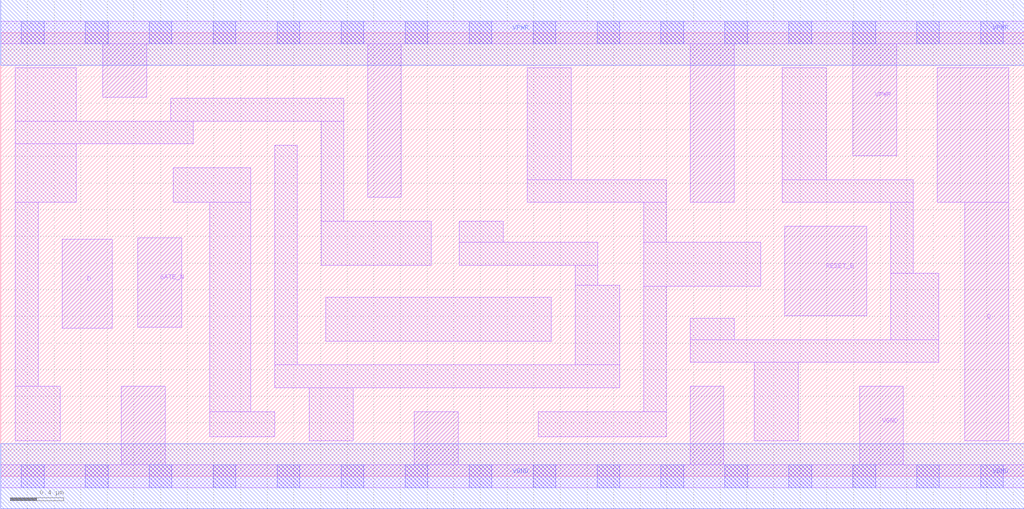
<source format=lef>
# Copyright 2020 The SkyWater PDK Authors
#
# Licensed under the Apache License, Version 2.0 (the "License");
# you may not use this file except in compliance with the License.
# You may obtain a copy of the License at
#
#     https://www.apache.org/licenses/LICENSE-2.0
#
# Unless required by applicable law or agreed to in writing, software
# distributed under the License is distributed on an "AS IS" BASIS,
# WITHOUT WARRANTIES OR CONDITIONS OF ANY KIND, either express or implied.
# See the License for the specific language governing permissions and
# limitations under the License.
#
# SPDX-License-Identifier: Apache-2.0

VERSION 5.7 ;
  NAMESCASESENSITIVE ON ;
  NOWIREEXTENSIONATPIN ON ;
  DIVIDERCHAR "/" ;
  BUSBITCHARS "[]" ;
UNITS
  DATABASE MICRONS 200 ;
END UNITS
MACRO sky130_fd_sc_lp__dlrtn_lp
  CLASS CORE ;
  SOURCE USER ;
  FOREIGN sky130_fd_sc_lp__dlrtn_lp ;
  ORIGIN  0.000000  0.000000 ;
  SIZE  7.680000 BY  3.330000 ;
  SYMMETRY X Y R90 ;
  SITE unit ;
  PIN D
    ANTENNAGATEAREA  0.376000 ;
    DIRECTION INPUT ;
    USE SIGNAL ;
    PORT
      LAYER li1 ;
        RECT 0.460000 1.110000 0.835000 1.780000 ;
    END
  END D
  PIN Q
    ANTENNADIFFAREA  0.404700 ;
    DIRECTION OUTPUT ;
    USE SIGNAL ;
    PORT
      LAYER li1 ;
        RECT 7.030000 2.055000 7.565000 3.065000 ;
        RECT 7.235000 0.265000 7.565000 2.055000 ;
    END
  END Q
  PIN RESET_B
    ANTENNAGATEAREA  0.313000 ;
    DIRECTION INPUT ;
    USE SIGNAL ;
    PORT
      LAYER li1 ;
        RECT 5.885000 1.205000 6.500000 1.875000 ;
    END
  END RESET_B
  PIN GATE_N
    ANTENNAGATEAREA  0.376000 ;
    DIRECTION INPUT ;
    USE CLOCK ;
    PORT
      LAYER li1 ;
        RECT 1.030000 1.120000 1.360000 1.790000 ;
    END
  END GATE_N
  PIN VGND
    DIRECTION INOUT ;
    USE GROUND ;
    PORT
      LAYER li1 ;
        RECT 0.000000 -0.085000 7.680000 0.085000 ;
        RECT 0.905000  0.085000 1.235000 0.675000 ;
        RECT 3.105000  0.085000 3.435000 0.485000 ;
        RECT 5.175000  0.085000 5.425000 0.675000 ;
        RECT 6.445000  0.085000 6.775000 0.675000 ;
      LAYER mcon ;
        RECT 0.155000 -0.085000 0.325000 0.085000 ;
        RECT 0.635000 -0.085000 0.805000 0.085000 ;
        RECT 1.115000 -0.085000 1.285000 0.085000 ;
        RECT 1.595000 -0.085000 1.765000 0.085000 ;
        RECT 2.075000 -0.085000 2.245000 0.085000 ;
        RECT 2.555000 -0.085000 2.725000 0.085000 ;
        RECT 3.035000 -0.085000 3.205000 0.085000 ;
        RECT 3.515000 -0.085000 3.685000 0.085000 ;
        RECT 3.995000 -0.085000 4.165000 0.085000 ;
        RECT 4.475000 -0.085000 4.645000 0.085000 ;
        RECT 4.955000 -0.085000 5.125000 0.085000 ;
        RECT 5.435000 -0.085000 5.605000 0.085000 ;
        RECT 5.915000 -0.085000 6.085000 0.085000 ;
        RECT 6.395000 -0.085000 6.565000 0.085000 ;
        RECT 6.875000 -0.085000 7.045000 0.085000 ;
        RECT 7.355000 -0.085000 7.525000 0.085000 ;
      LAYER met1 ;
        RECT 0.000000 -0.245000 7.680000 0.245000 ;
    END
  END VGND
  PIN VPWR
    DIRECTION INOUT ;
    USE POWER ;
    PORT
      LAYER li1 ;
        RECT 0.000000 3.245000 7.680000 3.415000 ;
        RECT 0.765000 2.845000 1.095000 3.245000 ;
        RECT 2.755000 2.095000 3.005000 3.245000 ;
        RECT 5.175000 2.055000 5.505000 3.245000 ;
        RECT 6.395000 2.405000 6.725000 3.245000 ;
      LAYER mcon ;
        RECT 0.155000 3.245000 0.325000 3.415000 ;
        RECT 0.635000 3.245000 0.805000 3.415000 ;
        RECT 1.115000 3.245000 1.285000 3.415000 ;
        RECT 1.595000 3.245000 1.765000 3.415000 ;
        RECT 2.075000 3.245000 2.245000 3.415000 ;
        RECT 2.555000 3.245000 2.725000 3.415000 ;
        RECT 3.035000 3.245000 3.205000 3.415000 ;
        RECT 3.515000 3.245000 3.685000 3.415000 ;
        RECT 3.995000 3.245000 4.165000 3.415000 ;
        RECT 4.475000 3.245000 4.645000 3.415000 ;
        RECT 4.955000 3.245000 5.125000 3.415000 ;
        RECT 5.435000 3.245000 5.605000 3.415000 ;
        RECT 5.915000 3.245000 6.085000 3.415000 ;
        RECT 6.395000 3.245000 6.565000 3.415000 ;
        RECT 6.875000 3.245000 7.045000 3.415000 ;
        RECT 7.355000 3.245000 7.525000 3.415000 ;
      LAYER met1 ;
        RECT 0.000000 3.085000 7.680000 3.575000 ;
    END
  END VPWR
  OBS
    LAYER li1 ;
      RECT 0.110000 0.265000 0.445000 0.675000 ;
      RECT 0.110000 0.675000 0.280000 2.055000 ;
      RECT 0.110000 2.055000 0.565000 2.495000 ;
      RECT 0.110000 2.495000 1.445000 2.665000 ;
      RECT 0.110000 2.665000 0.565000 3.065000 ;
      RECT 1.275000 2.665000 2.575000 2.835000 ;
      RECT 1.295000 2.055000 1.875000 2.315000 ;
      RECT 1.570000 0.295000 2.055000 0.485000 ;
      RECT 1.570000 0.485000 1.875000 2.055000 ;
      RECT 2.055000 0.665000 4.645000 0.835000 ;
      RECT 2.055000 0.835000 2.225000 2.485000 ;
      RECT 2.315000 0.265000 2.645000 0.665000 ;
      RECT 2.405000 1.585000 3.230000 1.915000 ;
      RECT 2.405000 1.915000 2.575000 2.665000 ;
      RECT 2.440000 1.015000 4.130000 1.345000 ;
      RECT 3.440000 1.585000 4.480000 1.755000 ;
      RECT 3.440000 1.755000 3.770000 1.915000 ;
      RECT 3.950000 2.055000 4.995000 2.225000 ;
      RECT 3.950000 2.225000 4.280000 3.065000 ;
      RECT 4.035000 0.295000 4.995000 0.485000 ;
      RECT 4.310000 0.835000 4.645000 1.435000 ;
      RECT 4.310000 1.435000 4.480000 1.585000 ;
      RECT 4.825000 0.485000 4.995000 1.425000 ;
      RECT 4.825000 1.425000 5.705000 1.755000 ;
      RECT 4.825000 1.755000 4.995000 2.055000 ;
      RECT 5.175000 0.855000 7.040000 1.025000 ;
      RECT 5.175000 1.025000 5.505000 1.185000 ;
      RECT 5.655000 0.265000 5.985000 0.855000 ;
      RECT 5.865000 2.055000 6.850000 2.225000 ;
      RECT 5.865000 2.225000 6.195000 3.065000 ;
      RECT 6.680000 1.025000 7.040000 1.525000 ;
      RECT 6.680000 1.525000 6.850000 2.055000 ;
  END
END sky130_fd_sc_lp__dlrtn_lp

</source>
